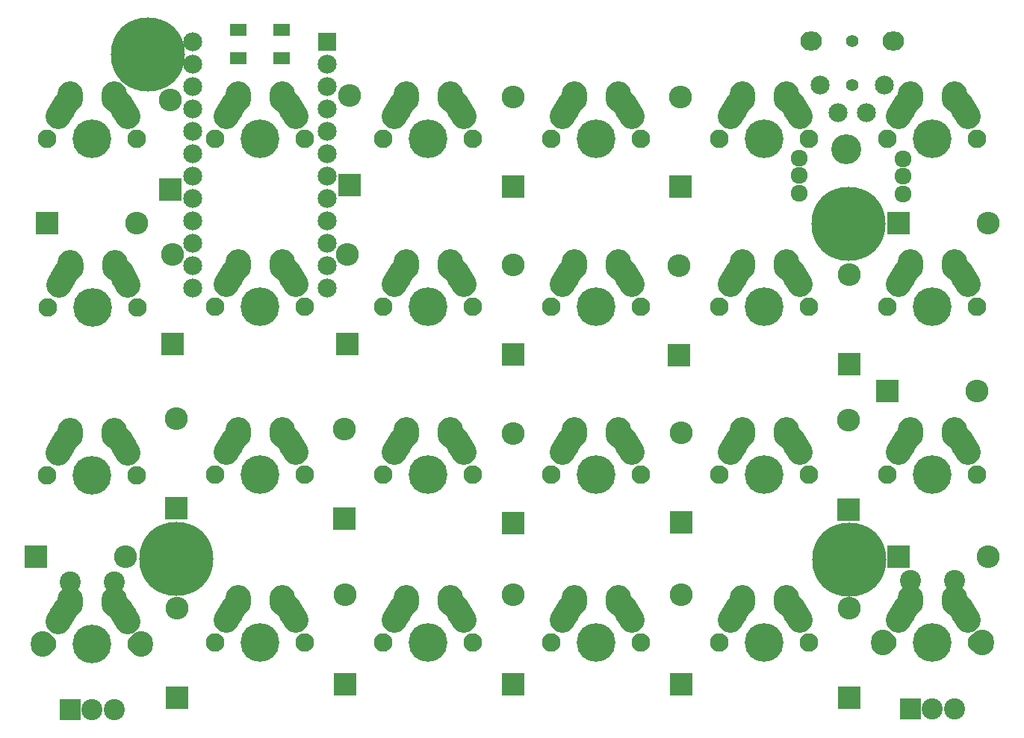
<source format=gbs>
G04 #@! TF.GenerationSoftware,KiCad,Pcbnew,(5.1.4)-1*
G04 #@! TF.CreationDate,2020-03-19T20:30:50-05:00*
G04 #@! TF.ProjectId,lets_split,6c657473-5f73-4706-9c69-742e6b696361,rev?*
G04 #@! TF.SameCoordinates,Original*
G04 #@! TF.FileFunction,Soldermask,Bot*
G04 #@! TF.FilePolarity,Negative*
%FSLAX46Y46*%
G04 Gerber Fmt 4.6, Leading zero omitted, Abs format (unit mm)*
G04 Created by KiCad (PCBNEW (5.1.4)-1) date 2020-03-19 20:30:50*
%MOMM*%
%LPD*%
G04 APERTURE LIST*
%ADD10C,2.900000*%
%ADD11C,2.900000*%
%ADD12C,4.387810*%
%ADD13C,2.101810*%
%ADD14C,2.152600*%
%ADD15R,2.152600X2.152600*%
%ADD16R,2.600000X2.600000*%
%ADD17O,2.600000X2.600000*%
%ADD18R,2.400000X2.400000*%
%ADD19C,2.400000*%
%ADD20O,2.700000X2.900000*%
%ADD21C,1.924000*%
%ADD22C,1.390600*%
%ADD23O,2.457400X2.152600*%
%ADD24C,8.400000*%
%ADD25C,3.400000*%
%ADD26R,1.900000X1.400000*%
G04 APERTURE END LIST*
D10*
X81120000Y-80160000D03*
D11*
X81100276Y-79870672D02*
X81139724Y-80449328D01*
D10*
X87195000Y-81680000D03*
D11*
X86790184Y-80949693D02*
X87599816Y-82410307D01*
D12*
X83600000Y-84950000D03*
D13*
X78520000Y-84950000D03*
X88680000Y-84950000D03*
D10*
X80195000Y-81680000D03*
D11*
X80600453Y-80950046D02*
X79789547Y-82409954D01*
D10*
X86120000Y-80160000D03*
D11*
X86139724Y-79870672D02*
X86100276Y-80449328D01*
D14*
X56896000Y-43434000D03*
X56896000Y-45974000D03*
X56896000Y-35814000D03*
X56896000Y-38354000D03*
X56896000Y-40894000D03*
X56896000Y-48514000D03*
X56896000Y-51054000D03*
X56896000Y-53594000D03*
X56896000Y-56134000D03*
X56896000Y-58674000D03*
X56896000Y-61214000D03*
X56896000Y-63754000D03*
X72136000Y-63754000D03*
X72136000Y-61214000D03*
X72136000Y-58674000D03*
X72136000Y-56134000D03*
X72136000Y-53594000D03*
X72136000Y-51054000D03*
X72136000Y-48514000D03*
X72136000Y-45974000D03*
X72136000Y-43434000D03*
X72136000Y-40894000D03*
X72136000Y-38354000D03*
D15*
X72136000Y-35814000D03*
D16*
X54356000Y-52578000D03*
D17*
X54356000Y-42418000D03*
D16*
X40386000Y-56388000D03*
D17*
X50546000Y-56388000D03*
D16*
X55000000Y-88750000D03*
D17*
X55000000Y-78590000D03*
D16*
X39116000Y-94234000D03*
D17*
X49276000Y-94234000D03*
D16*
X74676000Y-52070000D03*
D17*
X74676000Y-41910000D03*
D16*
X54610000Y-70104000D03*
D17*
X54610000Y-59944000D03*
D16*
X74050000Y-89950000D03*
D17*
X74050000Y-79790000D03*
D16*
X55118000Y-110236000D03*
D17*
X55118000Y-100076000D03*
D16*
X93250000Y-52250000D03*
D17*
X93250000Y-42090000D03*
D16*
X74422000Y-70104000D03*
D17*
X74422000Y-59944000D03*
D16*
X93218000Y-90424000D03*
D17*
X93218000Y-80264000D03*
D16*
X74168000Y-108712000D03*
D17*
X74168000Y-98552000D03*
D16*
X112200000Y-52250000D03*
D17*
X112200000Y-42090000D03*
D16*
X93218000Y-71300000D03*
D17*
X93218000Y-61140000D03*
D16*
X112300000Y-90400000D03*
D17*
X112300000Y-80240000D03*
D16*
X93218000Y-108712000D03*
D17*
X93218000Y-98552000D03*
D16*
X131318000Y-72390000D03*
D17*
X131318000Y-62230000D03*
D16*
X112014000Y-71374000D03*
D17*
X112014000Y-61214000D03*
X131250000Y-78740000D03*
D16*
X131250000Y-88900000D03*
X112268000Y-108712000D03*
D17*
X112268000Y-98552000D03*
D16*
X136906000Y-56388000D03*
D17*
X147066000Y-56388000D03*
D16*
X135636000Y-75438000D03*
D17*
X145796000Y-75438000D03*
D16*
X136906000Y-94234000D03*
D17*
X147066000Y-94234000D03*
D16*
X131318000Y-110236000D03*
D17*
X131318000Y-100076000D03*
D18*
X42989500Y-111633000D03*
D19*
X45489500Y-111633000D03*
X47989500Y-111633000D03*
D20*
X39889500Y-104133000D03*
X51089500Y-104133000D03*
D19*
X42989500Y-97133000D03*
X47989500Y-97133000D03*
D18*
X138256000Y-111493300D03*
D19*
X140756000Y-111493300D03*
X143256000Y-111493300D03*
D20*
X135156000Y-103993300D03*
X146356000Y-103993300D03*
D19*
X138256000Y-96993300D03*
X143256000Y-96993300D03*
D21*
X137410000Y-53110000D03*
X137390000Y-49100000D03*
X137410000Y-51110000D03*
D22*
X131650000Y-40749400D03*
X131650000Y-35745600D03*
D14*
X135256800Y-40749400D03*
X130049800Y-43848200D03*
D23*
X127001800Y-35745600D03*
D14*
X133250200Y-43848200D03*
X128043200Y-40749400D03*
D23*
X136298200Y-35745600D03*
D21*
X125660000Y-53010000D03*
X125640000Y-49000000D03*
X125660000Y-51010000D03*
D24*
X131350000Y-94550000D03*
X55000000Y-94500000D03*
X51850000Y-37300000D03*
X131200000Y-56450000D03*
D25*
X131000000Y-48000000D03*
D10*
X138270000Y-99210000D03*
D11*
X138250276Y-98920672D02*
X138289724Y-99499328D01*
D10*
X144345000Y-100730000D03*
D11*
X143940184Y-99999693D02*
X144749816Y-101460307D01*
D12*
X140750000Y-104000000D03*
D13*
X135670000Y-104000000D03*
X145830000Y-104000000D03*
D10*
X137345000Y-100730000D03*
D11*
X137750453Y-100000046D02*
X136939547Y-101459954D01*
D10*
X143270000Y-99210000D03*
D11*
X143289724Y-98920672D02*
X143250276Y-99499328D01*
D10*
X138270000Y-80160000D03*
D11*
X138250276Y-79870672D02*
X138289724Y-80449328D01*
D10*
X144345000Y-81680000D03*
D11*
X143940184Y-80949693D02*
X144749816Y-82410307D01*
D12*
X140750000Y-84950000D03*
D13*
X135670000Y-84950000D03*
X145830000Y-84950000D03*
D10*
X137345000Y-81680000D03*
D11*
X137750453Y-80950046D02*
X136939547Y-82409954D01*
D10*
X143270000Y-80160000D03*
D11*
X143289724Y-79870672D02*
X143250276Y-80449328D01*
D10*
X138270000Y-61110000D03*
D11*
X138250276Y-60820672D02*
X138289724Y-61399328D01*
D10*
X144345000Y-62630000D03*
D11*
X143940184Y-61899693D02*
X144749816Y-63360307D01*
D12*
X140750000Y-65900000D03*
D13*
X135670000Y-65900000D03*
X145830000Y-65900000D03*
D10*
X137345000Y-62630000D03*
D11*
X137750453Y-61900046D02*
X136939547Y-63359954D01*
D10*
X143270000Y-61110000D03*
D11*
X143289724Y-60820672D02*
X143250276Y-61399328D01*
D10*
X138270000Y-42060000D03*
D11*
X138250276Y-41770672D02*
X138289724Y-42349328D01*
D10*
X144345000Y-43580000D03*
D11*
X143940184Y-42849693D02*
X144749816Y-44310307D01*
D12*
X140750000Y-46850000D03*
D13*
X135670000Y-46850000D03*
X145830000Y-46850000D03*
D10*
X137345000Y-43580000D03*
D11*
X137750453Y-42850046D02*
X136939547Y-44309954D01*
D10*
X143270000Y-42060000D03*
D11*
X143289724Y-41770672D02*
X143250276Y-42349328D01*
D10*
X119220000Y-99210000D03*
D11*
X119200276Y-98920672D02*
X119239724Y-99499328D01*
D10*
X125295000Y-100730000D03*
D11*
X124890184Y-99999693D02*
X125699816Y-101460307D01*
D12*
X121700000Y-104000000D03*
D13*
X116620000Y-104000000D03*
X126780000Y-104000000D03*
D10*
X118295000Y-100730000D03*
D11*
X118700453Y-100000046D02*
X117889547Y-101459954D01*
D10*
X124220000Y-99210000D03*
D11*
X124239724Y-98920672D02*
X124200276Y-99499328D01*
D10*
X119220000Y-80160000D03*
D11*
X119200276Y-79870672D02*
X119239724Y-80449328D01*
D10*
X125295000Y-81680000D03*
D11*
X124890184Y-80949693D02*
X125699816Y-82410307D01*
D12*
X121700000Y-84950000D03*
D13*
X116620000Y-84950000D03*
X126780000Y-84950000D03*
D10*
X118295000Y-81680000D03*
D11*
X118700453Y-80950046D02*
X117889547Y-82409954D01*
D10*
X124220000Y-80160000D03*
D11*
X124239724Y-79870672D02*
X124200276Y-80449328D01*
D10*
X119220000Y-61110000D03*
D11*
X119200276Y-60820672D02*
X119239724Y-61399328D01*
D10*
X125295000Y-62630000D03*
D11*
X124890184Y-61899693D02*
X125699816Y-63360307D01*
D12*
X121700000Y-65900000D03*
D13*
X116620000Y-65900000D03*
X126780000Y-65900000D03*
D10*
X118295000Y-62630000D03*
D11*
X118700453Y-61900046D02*
X117889547Y-63359954D01*
D10*
X124220000Y-61110000D03*
D11*
X124239724Y-60820672D02*
X124200276Y-61399328D01*
D10*
X119220000Y-42060000D03*
D11*
X119200276Y-41770672D02*
X119239724Y-42349328D01*
D10*
X125295000Y-43580000D03*
D11*
X124890184Y-42849693D02*
X125699816Y-44310307D01*
D12*
X121700000Y-46850000D03*
D13*
X116620000Y-46850000D03*
X126780000Y-46850000D03*
D10*
X118295000Y-43580000D03*
D11*
X118700453Y-42850046D02*
X117889547Y-44309954D01*
D10*
X124220000Y-42060000D03*
D11*
X124239724Y-41770672D02*
X124200276Y-42349328D01*
D10*
X100170000Y-99210000D03*
D11*
X100150276Y-98920672D02*
X100189724Y-99499328D01*
D10*
X106245000Y-100730000D03*
D11*
X105840184Y-99999693D02*
X106649816Y-101460307D01*
D12*
X102650000Y-104000000D03*
D13*
X97570000Y-104000000D03*
X107730000Y-104000000D03*
D10*
X99245000Y-100730000D03*
D11*
X99650453Y-100000046D02*
X98839547Y-101459954D01*
D10*
X105170000Y-99210000D03*
D11*
X105189724Y-98920672D02*
X105150276Y-99499328D01*
D10*
X100170000Y-80160000D03*
D11*
X100150276Y-79870672D02*
X100189724Y-80449328D01*
D10*
X106245000Y-81680000D03*
D11*
X105840184Y-80949693D02*
X106649816Y-82410307D01*
D12*
X102650000Y-84950000D03*
D13*
X97570000Y-84950000D03*
X107730000Y-84950000D03*
D10*
X99245000Y-81680000D03*
D11*
X99650453Y-80950046D02*
X98839547Y-82409954D01*
D10*
X105170000Y-80160000D03*
D11*
X105189724Y-79870672D02*
X105150276Y-80449328D01*
D10*
X100170000Y-61110000D03*
D11*
X100150276Y-60820672D02*
X100189724Y-61399328D01*
D10*
X106245000Y-62630000D03*
D11*
X105840184Y-61899693D02*
X106649816Y-63360307D01*
D12*
X102650000Y-65900000D03*
D13*
X97570000Y-65900000D03*
X107730000Y-65900000D03*
D10*
X99245000Y-62630000D03*
D11*
X99650453Y-61900046D02*
X98839547Y-63359954D01*
D10*
X105170000Y-61110000D03*
D11*
X105189724Y-60820672D02*
X105150276Y-61399328D01*
D10*
X100170000Y-42060000D03*
D11*
X100150276Y-41770672D02*
X100189724Y-42349328D01*
D10*
X106245000Y-43580000D03*
D11*
X105840184Y-42849693D02*
X106649816Y-44310307D01*
D12*
X102650000Y-46850000D03*
D13*
X97570000Y-46850000D03*
X107730000Y-46850000D03*
D10*
X99245000Y-43580000D03*
D11*
X99650453Y-42850046D02*
X98839547Y-44309954D01*
D10*
X105170000Y-42060000D03*
D11*
X105189724Y-41770672D02*
X105150276Y-42349328D01*
D10*
X81120000Y-99210000D03*
D11*
X81100276Y-98920672D02*
X81139724Y-99499328D01*
D10*
X87195000Y-100730000D03*
D11*
X86790184Y-99999693D02*
X87599816Y-101460307D01*
D12*
X83600000Y-104000000D03*
D13*
X78520000Y-104000000D03*
X88680000Y-104000000D03*
D10*
X80195000Y-100730000D03*
D11*
X80600453Y-100000046D02*
X79789547Y-101459954D01*
D10*
X86120000Y-99210000D03*
D11*
X86139724Y-98920672D02*
X86100276Y-99499328D01*
D10*
X81120000Y-61110000D03*
D11*
X81100276Y-60820672D02*
X81139724Y-61399328D01*
D10*
X87195000Y-62630000D03*
D11*
X86790184Y-61899693D02*
X87599816Y-63360307D01*
D12*
X83600000Y-65900000D03*
D13*
X78520000Y-65900000D03*
X88680000Y-65900000D03*
D10*
X80195000Y-62630000D03*
D11*
X80600453Y-61900046D02*
X79789547Y-63359954D01*
D10*
X86120000Y-61110000D03*
D11*
X86139724Y-60820672D02*
X86100276Y-61399328D01*
D10*
X81120000Y-42060000D03*
D11*
X81100276Y-41770672D02*
X81139724Y-42349328D01*
D10*
X87195000Y-43580000D03*
D11*
X86790184Y-42849693D02*
X87599816Y-44310307D01*
D12*
X83600000Y-46850000D03*
D13*
X78520000Y-46850000D03*
X88680000Y-46850000D03*
D10*
X80195000Y-43580000D03*
D11*
X80600453Y-42850046D02*
X79789547Y-44309954D01*
D10*
X86120000Y-42060000D03*
D11*
X86139724Y-41770672D02*
X86100276Y-42349328D01*
D10*
X62070000Y-99210000D03*
D11*
X62050276Y-98920672D02*
X62089724Y-99499328D01*
D10*
X68145000Y-100730000D03*
D11*
X67740184Y-99999693D02*
X68549816Y-101460307D01*
D12*
X64550000Y-104000000D03*
D13*
X59470000Y-104000000D03*
X69630000Y-104000000D03*
D10*
X61145000Y-100730000D03*
D11*
X61550453Y-100000046D02*
X60739547Y-101459954D01*
D10*
X67070000Y-99210000D03*
D11*
X67089724Y-98920672D02*
X67050276Y-99499328D01*
D10*
X62070000Y-80160000D03*
D11*
X62050276Y-79870672D02*
X62089724Y-80449328D01*
D10*
X68145000Y-81680000D03*
D11*
X67740184Y-80949693D02*
X68549816Y-82410307D01*
D12*
X64550000Y-84950000D03*
D13*
X59470000Y-84950000D03*
X69630000Y-84950000D03*
D10*
X61145000Y-81680000D03*
D11*
X61550453Y-80950046D02*
X60739547Y-82409954D01*
D10*
X67070000Y-80160000D03*
D11*
X67089724Y-79870672D02*
X67050276Y-80449328D01*
D10*
X62070000Y-61110000D03*
D11*
X62050276Y-60820672D02*
X62089724Y-61399328D01*
D10*
X68145000Y-62630000D03*
D11*
X67740184Y-61899693D02*
X68549816Y-63360307D01*
D12*
X64550000Y-65900000D03*
D13*
X59470000Y-65900000D03*
X69630000Y-65900000D03*
D10*
X61145000Y-62630000D03*
D11*
X61550453Y-61900046D02*
X60739547Y-63359954D01*
D10*
X67070000Y-61110000D03*
D11*
X67089724Y-60820672D02*
X67050276Y-61399328D01*
D10*
X62070000Y-42060000D03*
D11*
X62050276Y-41770672D02*
X62089724Y-42349328D01*
D10*
X68145000Y-43580000D03*
D11*
X67740184Y-42849693D02*
X68549816Y-44310307D01*
D12*
X64550000Y-46850000D03*
D13*
X59470000Y-46850000D03*
X69630000Y-46850000D03*
D10*
X61145000Y-43580000D03*
D11*
X61550453Y-42850046D02*
X60739547Y-44309954D01*
D10*
X67070000Y-42060000D03*
D11*
X67089724Y-41770672D02*
X67050276Y-42349328D01*
D10*
X43020000Y-99360000D03*
D11*
X43000276Y-99070672D02*
X43039724Y-99649328D01*
D10*
X49095000Y-100880000D03*
D11*
X48690184Y-100149693D02*
X49499816Y-101610307D01*
D12*
X45500000Y-104150000D03*
D13*
X40420000Y-104150000D03*
X50580000Y-104150000D03*
D10*
X42095000Y-100880000D03*
D11*
X42500453Y-100150046D02*
X41689547Y-101609954D01*
D10*
X48020000Y-99360000D03*
D11*
X48039724Y-99070672D02*
X48000276Y-99649328D01*
D10*
X43020000Y-80210000D03*
D11*
X43000276Y-79920672D02*
X43039724Y-80499328D01*
D10*
X49095000Y-81730000D03*
D11*
X48690184Y-80999693D02*
X49499816Y-82460307D01*
D12*
X45500000Y-85000000D03*
D13*
X40420000Y-85000000D03*
X50580000Y-85000000D03*
D10*
X42095000Y-81730000D03*
D11*
X42500453Y-81000046D02*
X41689547Y-82459954D01*
D10*
X48020000Y-80210000D03*
D11*
X48039724Y-79920672D02*
X48000276Y-80499328D01*
D10*
X43070000Y-61160000D03*
D11*
X43050276Y-60870672D02*
X43089724Y-61449328D01*
D10*
X49145000Y-62680000D03*
D11*
X48740184Y-61949693D02*
X49549816Y-63410307D01*
D12*
X45550000Y-65950000D03*
D13*
X40470000Y-65950000D03*
X50630000Y-65950000D03*
D10*
X42145000Y-62680000D03*
D11*
X42550453Y-61950046D02*
X41739547Y-63409954D01*
D10*
X48070000Y-61160000D03*
D11*
X48089724Y-60870672D02*
X48050276Y-61449328D01*
D10*
X43020000Y-42060000D03*
D11*
X43000276Y-41770672D02*
X43039724Y-42349328D01*
D10*
X49095000Y-43580000D03*
D11*
X48690184Y-42849693D02*
X49499816Y-44310307D01*
D12*
X45500000Y-46850000D03*
D13*
X40420000Y-46850000D03*
X50580000Y-46850000D03*
D10*
X42095000Y-43580000D03*
D11*
X42500453Y-42850046D02*
X41689547Y-44309954D01*
D10*
X48020000Y-42060000D03*
D11*
X48039724Y-41770672D02*
X48000276Y-42349328D01*
D26*
X62066000Y-37668000D03*
X62066000Y-34468000D03*
X66966000Y-37668000D03*
X66966000Y-34468000D03*
M02*

</source>
